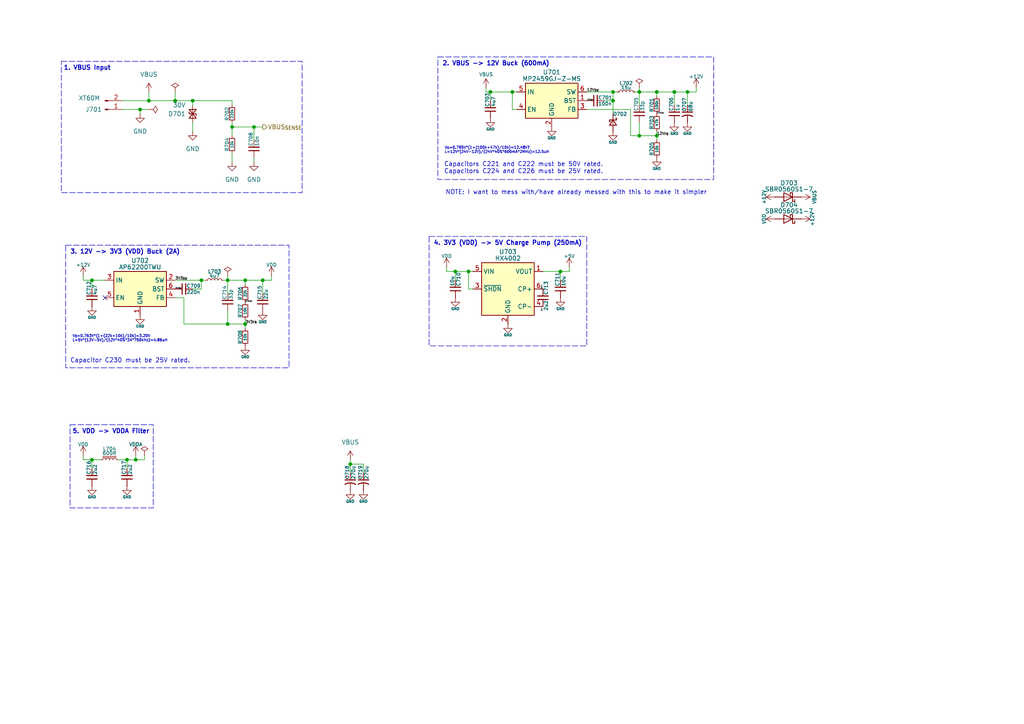
<source format=kicad_sch>
(kicad_sch (version 20250114) (generator "eeschema") (generator_version "9.0")
  (paper "A4")
  (lib_symbols
    (symbol "Bluesat:C_CompactH" (pin_numbers (hide yes)) (pin_names (offset 0.254) (hide yes))
      (property "Reference" "C" (at 0.762 0.889 0))
      (property "Value" "C_CompactH" (at -0.762 0.889 0))
      (symbol "C_CompactH_0_1"
        (polyline (pts (xy -0.508 -1.524) (xy -0.508 1.524)) (stroke (width 0.3048)))
        (polyline (pts (xy 0.508 -1.524) (xy 0.508 1.524)) (stroke (width 0.3302)))
      )
      (symbol "C_CompactH_1_1"
        (pin passive line (at -2.54 0 0) (length 2.032) (name "~") (number "1"))
        (pin passive line (at 2.54 0 180) (length 2.032) (name "~") (number "2"))
      )
    )
    (symbol "Bluesat:C_CompactV" (pin_numbers (hide yes)) (pin_names (offset 0.254) (hide yes))
      (property "Reference" "C" (at -0.889 0.762 90))
      (property "Value" "C_CompactV" (at 0.889 0.762 90))
      (symbol "C_CompactV_0_1"
        (polyline (pts (xy 1.524 0.508) (xy -1.524 0.508)) (stroke (width 0.3302)))
        (polyline (pts (xy 1.524 -0.508) (xy -1.524 -0.508)) (stroke (width 0.3048)))
      )
      (symbol "C_CompactV_1_1"
        (pin passive line (at 0 2.54 270) (length 2.032) (name "~") (number "2"))
        (pin passive line (at 0 -2.54 90) (length 2.032) (name "~") (number "1"))
      )
    )
    (symbol "Bluesat:MP2459GJ-Z-MS"
      (property "Reference" "U" (at -7.62 6.35 0))
      (property "Value" "MP2459GJ-Z-MS" (at 2.54 6.35 0))
      (symbol "MP2459GJ-Z-MS_0_1"
        (rectangle (start -7.62 5.08) (end 7.62 -5.08) (stroke (width 0.254)) (fill (type background)))
      )
      (symbol "MP2459GJ-Z-MS_1_1"
        (pin power_in line (at -10.16 2.54 0) (length 2.54) (name "IN") (number "5"))
        (pin passive line (at -10.16 -2.54 0) (length 2.54) (name "EN") (number "4"))
        (pin power_in line (at 0 -7.62 90) (length 2.54) (name "GND") (number "2"))
        (pin output line (at 10.16 2.54 180) (length 2.54) (name "SW") (number "6"))
        (pin passive line (at 10.16 0 180) (length 2.54) (name "BST") (number "1"))
        (pin input line (at 10.16 -2.54 180) (length 2.54) (name "FB") (number "3"))
      )
    )
    (symbol "Bluesat:R_CompactV" (pin_numbers (hide yes)) (pin_names (offset 0.254) (hide yes))
      (property "Reference" "R" (at -0.889 0 90))
      (property "Value" "R_CompactV" (at 0 0 90))
      (symbol "R_CompactV_0_1"
        (rectangle (start -0.762 1.778) (end 0.762 -1.778) (stroke (width 0.2032)))
      )
      (symbol "R_CompactV_1_1"
        (pin passive line (at 0 2.54 270) (length 0.762) (name "~") (number "1"))
        (pin passive line (at 0 -2.54 90) (length 0.762) (name "~") (number "2"))
      )
    )
    (symbol "C_CompactV_1" (pin_numbers (hide yes)) (pin_names (offset 0.254) (hide yes))
      (property "Reference" "C" (at -0.889 0.762 90))
      (property "Value" "C_CompactV" (at 0.889 0.762 90))
      (symbol "C_CompactV_1_0_1"
        (polyline (pts (xy 1.524 0.508) (xy -1.524 0.508)) (stroke (width 0.3302)))
        (polyline (pts (xy 1.524 -0.508) (xy -1.524 -0.508)) (stroke (width 0.3048)))
      )
      (symbol "C_CompactV_1_1_1"
        (pin passive line (at 0 2.54 270) (length 2.032) (name "~") (number "2"))
        (pin passive line (at 0 -2.54 90) (length 2.032) (name "~") (number "1"))
      )
    )
    (symbol "C_CompactV_2" (pin_numbers (hide yes)) (pin_names (offset 0.254) (hide yes))
      (property "Reference" "C" (at -0.889 0.762 90))
      (property "Value" "C_CompactV" (at 0.889 0.762 90))
      (symbol "C_CompactV_2_0_1"
        (polyline (pts (xy 1.524 0.508) (xy -1.524 0.508)) (stroke (width 0.3302)))
        (polyline (pts (xy 1.524 -0.508) (xy -1.524 -0.508)) (stroke (width 0.3048)))
      )
      (symbol "C_CompactV_2_1_1"
        (pin passive line (at 0 2.54 270) (length 2.032) (name "~") (number "2"))
        (pin passive line (at 0 -2.54 90) (length 2.032) (name "~") (number "1"))
      )
    )
    (symbol "Connector:Conn_01x02_Pin" (pin_names (offset 1.016) (hide yes))
      (property "Reference" "J" (at 0 2.54 0))
      (property "Value" "Conn_01x02_Pin" (at 0 -5.08 0))
      (symbol "Conn_01x02_Pin_1_1"
        (rectangle (start 0.8636 0.127) (end 0 -0.127) (stroke (width 0.1524)) (fill (type outline)))
        (rectangle (start 0.8636 -2.413) (end 0 -2.667) (stroke (width 0.1524)) (fill (type outline)))
        (polyline (pts (xy 1.27 0) (xy 0.8636 0)) (stroke (width 0.1524)))
        (polyline (pts (xy 1.27 -2.54) (xy 0.8636 -2.54)) (stroke (width 0.1524)))
        (pin passive line (at 5.08 0 180) (length 3.81) (name "Pin_1") (number "1"))
        (pin passive line (at 5.08 -2.54 180) (length 3.81) (name "Pin_2") (number "2"))
      )
    )
    (symbol "Device:C_Polarized_Small_US" (pin_numbers (hide yes)) (pin_names (offset 0.254) (hide yes))
      (property "Reference" "C" (at 0.254 1.778 0))
      (property "Value" "C_Polarized_Small_US" (at 0.254 -2.032 0))
      (symbol "C_Polarized_Small_US_0_1"
        (polyline (pts (xy -1.524 0.508) (xy 1.524 0.508)) (stroke (width 0.3048)))
        (polyline (pts (xy -1.27 1.524) (xy -0.762 1.524)))
        (polyline (pts (xy -1.016 1.27) (xy -1.016 1.778)))
        (arc (start -1.524 -0.762) (mid 0 -0.3734) (end 1.524 -0.762) (stroke (width 0.3048)))
      )
      (symbol "C_Polarized_Small_US_1_1"
        (pin passive line (at 0 2.54 270) (length 2.032) (name "~") (number "1"))
        (pin passive line (at 0 -2.54 90) (length 2.032) (name "~") (number "2"))
      )
    )
    (symbol "Device:D_Schottky" (pin_numbers (hide yes)) (pin_names (offset 1.016) (hide yes))
      (property "Reference" "D" (at 0 2.54 0))
      (property "Value" "D_Schottky" (at 0 -2.54 0))
      (symbol "D_Schottky_0_1"
        (polyline (pts (xy -1.905 0.635) (xy -1.905 1.27) (xy -1.27 1.27) (xy -1.27 -1.27) (xy -0.635 -1.27) (xy -0.635 -0.635)) (stroke (width 0.254)))
        (polyline (pts (xy 1.27 1.27) (xy 1.27 -1.27) (xy -1.27 0) (xy 1.27 1.27)) (stroke (width 0.254)))
        (polyline (pts (xy 1.27 0) (xy -1.27 0)))
      )
      (symbol "D_Schottky_1_1"
        (pin passive line (at -3.81 0 0) (length 2.54) (name "K") (number "1"))
        (pin passive line (at 3.81 0 180) (length 2.54) (name "A") (number "2"))
      )
    )
    (symbol "Device:D_Schottky_Small" (pin_numbers (hide yes)) (pin_names (offset 0.254) (hide yes))
      (property "Reference" "D" (at -1.27 2.032 0))
      (property "Value" "D_Schottky_Small" (at -7.112 -2.032 0))
      (symbol "D_Schottky_Small_0_1"
        (polyline (pts (xy -1.27 0.762) (xy -1.27 1.016) (xy -0.762 1.016) (xy -0.762 -1.016) (xy -0.254 -1.016) (xy -0.254 -0.762)) (stroke (width 0.254)))
        (polyline (pts (xy -0.762 0) (xy 0.762 0)))
        (polyline (pts (xy 0.762 -1.016) (xy -0.762 0) (xy 0.762 1.016) (xy 0.762 -1.016)) (stroke (width 0.254)))
      )
      (symbol "D_Schottky_Small_1_1"
        (pin passive line (at -2.54 0 0) (length 1.778) (name "K") (number "1"))
        (pin passive line (at 2.54 0 180) (length 1.778) (name "A") (number "2"))
      )
    )
    (symbol "Device:D_TVS_Small" (pin_numbers (hide yes)) (pin_names (offset 1.016) (hide yes))
      (property "Reference" "D" (at 0 2.54 0))
      (property "Value" "D_TVS_Small" (at 0 -2.54 0))
      (symbol "D_TVS_Small_0_1"
        (polyline (pts (xy -1.27 1.016) (xy -1.27 -1.016) (xy 1.27 1.016) (xy 1.27 -1.016) (xy -1.27 1.016)) (stroke (width 0.254)))
        (polyline (pts (xy -1.27 0) (xy 1.27 0)))
        (polyline (pts (xy 0.508 1.016) (xy 0 1.016) (xy 0 -1.016) (xy -0.508 -1.016)) (stroke (width 0.254)))
      )
      (symbol "D_TVS_Small_1_1"
        (pin passive line (at -2.54 0 0) (length 1.27) (name "A1") (number "1"))
        (pin passive line (at 2.54 0 180) (length 1.27) (name "A2") (number "2"))
      )
    )
    (symbol "Device:L_Ferrite_Small" (pin_numbers (hide yes)) (pin_names (offset 0.254) (hide yes))
      (property "Reference" "L" (at 1.27 1.016 0))
      (property "Value" "L_Ferrite_Small" (at 1.27 -1.27 0))
      (symbol "L_Ferrite_Small_0_1"
        (arc (start 0 2.032) (mid 0.5058 1.524) (end 0 1.016))
        (arc (start 0 1.016) (mid 0.5058 0.508) (end 0 0))
        (arc (start 0 0) (mid 0.5058 -0.508) (end 0 -1.016))
        (arc (start 0 -1.016) (mid 0.5058 -1.524) (end 0 -2.032))
        (polyline (pts (xy 0.762 1.651) (xy 0.762 1.905)))
        (polyline (pts (xy 0.762 1.143) (xy 0.762 1.397)))
        (polyline (pts (xy 0.762 0.635) (xy 0.762 0.889)))
        (polyline (pts (xy 0.762 0.127) (xy 0.762 0.381)))
        (polyline (pts (xy 0.762 -0.381) (xy 0.762 -0.127)))
        (polyline (pts (xy 0.762 -0.889) (xy 0.762 -0.635)))
        (polyline (pts (xy 0.762 -1.397) (xy 0.762 -1.143)))
        (polyline (pts (xy 0.762 -1.905) (xy 0.762 -1.651)))
        (polyline (pts (xy 1.016 1.905) (xy 1.016 1.651)))
        (polyline (pts (xy 1.016 1.397) (xy 1.016 1.143)))
        (polyline (pts (xy 1.016 0.889) (xy 1.016 0.635)))
        (polyline (pts (xy 1.016 0.381) (xy 1.016 0.127)))
        (polyline (pts (xy 1.016 -0.127) (xy 1.016 -0.381)))
        (polyline (pts (xy 1.016 -0.635) (xy 1.016 -0.889)))
        (polyline (pts (xy 1.016 -1.143) (xy 1.016 -1.397)))
        (polyline (pts (xy 1.016 -1.651) (xy 1.016 -1.905)))
      )
      (symbol "L_Ferrite_Small_1_1"
        (pin passive line (at 0 2.54 270) (length 0.508) (name "~") (number "1"))
        (pin passive line (at 0 -2.54 90) (length 0.508) (name "~") (number "2"))
      )
    )
    (symbol "Device:L_Small" (pin_numbers (hide yes)) (pin_names (offset 0.254) (hide yes))
      (property "Reference" "L" (at 0.762 1.016 0))
      (property "Value" "L_Small" (at 0.762 -1.016 0))
      (symbol "L_Small_0_1"
        (arc (start 0 2.032) (mid 0.5058 1.524) (end 0 1.016))
        (arc (start 0 1.016) (mid 0.5058 0.508) (end 0 0))
        (arc (start 0 0) (mid 0.5058 -0.508) (end 0 -1.016))
        (arc (start 0 -1.016) (mid 0.5058 -1.524) (end 0 -2.032))
      )
      (symbol "L_Small_1_1"
        (pin passive line (at 0 2.54 270) (length 0.508) (name "~") (number "1"))
        (pin passive line (at 0 -2.54 90) (length 0.508) (name "~") (number "2"))
      )
    )
    (symbol "Regulator_SwitchedCapacitor:LTC1754"
      (property "Reference" "U" (at -7.62 10.16 0))
      (property "Value" "LTC1754" (at 5.08 10.16 0))
      (symbol "LTC1754_0_1"
        (rectangle (start -7.62 7.62) (end 7.62 -7.62) (stroke (width 0.254)) (fill (type background)))
      )
      (symbol "LTC1754_1_1"
        (pin power_in line (at -10.16 5.08 0) (length 2.54) (name "VIN") (number "5"))
        (pin input line (at -10.16 0 0) (length 2.54) (name "~{SHDN}") (number "3"))
        (pin power_in line (at 0 -10.16 90) (length 2.54) (name "GND") (number "2"))
        (pin power_out line (at 10.16 5.08 180) (length 2.54) (name "VOUT") (number "1"))
        (pin passive line (at 10.16 0 180) (length 2.54) (name "CP+") (number "6"))
        (pin passive line (at 10.16 -5.08 180) (length 2.54) (name "CP-") (number "4"))
      )
    )
    (symbol "Regulator_Switching:AP62300WU"
      (property "Reference" "U" (at -7.62 6.35 0))
      (property "Value" "AP62300WU" (at 2.54 6.35 0))
      (symbol "AP62300WU_0_1"
        (rectangle (start -7.62 5.08) (end 7.62 -5.08) (stroke (width 0.254)) (fill (type background)))
      )
      (symbol "AP62300WU_1_1"
        (pin power_in line (at -10.16 2.54 0) (length 2.54) (name "IN") (number "3"))
        (pin passive line (at -10.16 -2.54 0) (length 2.54) (name "EN") (number "5"))
        (pin power_in line (at 0 -7.62 90) (length 2.54) (name "GND") (number "1"))
        (pin output line (at 10.16 2.54 180) (length 2.54) (name "SW") (number "2"))
        (pin passive line (at 10.16 0 180) (length 2.54) (name "BST") (number "6"))
        (pin input line (at 10.16 -2.54 180) (length 2.54) (name "FB") (number "4"))
      )
    )
    (symbol "power:+12V" (power) (pin_numbers (hide yes)) (pin_names (offset 0) (hide yes))
      (property "Value" "+12V" (at 0 3.556 0))
      (symbol "+12V_0_1"
        (polyline (pts (xy -0.762 1.27) (xy 0 2.54)))
        (polyline (pts (xy 0 2.54) (xy 0.762 1.27)))
        (polyline (pts (xy 0 0) (xy 0 2.54)))
      )
      (symbol "+12V_1_1"
        (pin power_in line (at 0 0 90) (length 0) (name "~") (number "1"))
      )
    )
    (symbol "power:+5V" (power) (pin_numbers (hide yes)) (pin_names (offset 0) (hide yes))
      (property "Value" "+5V" (at 0 3.556 0))
      (symbol "+5V_0_1"
        (polyline (pts (xy -0.762 1.27) (xy 0 2.54)))
        (polyline (pts (xy 0 2.54) (xy 0.762 1.27)))
        (polyline (pts (xy 0 0) (xy 0 2.54)))
      )
      (symbol "+5V_1_1"
        (pin power_in line (at 0 0 90) (length 0) (name "~") (number "1"))
      )
    )
    (symbol "power:GND" (power) (pin_numbers (hide yes)) (pin_names (offset 0) (hide yes))
      (property "Value" "GND" (at 0 -3.81 0))
      (symbol "GND_0_1"
        (polyline (pts (xy 0 0) (xy 0 -1.27) (xy 1.27 -1.27) (xy 0 -2.54) (xy -1.27 -1.27) (xy 0 -1.27)))
      )
      (symbol "GND_1_1"
        (pin power_in line (at 0 0 270) (length 0) (name "~") (number "1"))
      )
    )
    (symbol "power:PWR_FLAG" (power) (pin_numbers (hide yes)) (pin_names (offset 0) (hide yes))
      (property "Value" "PWR_FLAG" (at 0 3.81 0))
      (symbol "PWR_FLAG_0_0"
        (pin power_out line (at 0 0 90) (length 0) (name "~") (number "1"))
      )
      (symbol "PWR_FLAG_0_1"
        (polyline (pts (xy 0 0) (xy 0 1.27) (xy -1.016 1.905) (xy 0 2.54) (xy 1.016 1.905) (xy 0 1.27)))
      )
    )
    (symbol "power:VBUS" (power) (pin_numbers (hide yes)) (pin_names (offset 0) (hide yes))
      (property "Value" "VBUS" (at 0 3.556 0))
      (symbol "VBUS_0_1"
        (polyline (pts (xy -0.762 1.27) (xy 0 2.54)))
        (polyline (pts (xy 0 2.54) (xy 0.762 1.27)))
        (polyline (pts (xy 0 0) (xy 0 2.54)))
      )
      (symbol "VBUS_1_1"
        (pin power_in line (at 0 0 90) (length 0) (name "~") (number "1"))
      )
    )
    (symbol "power:VDD" (power) (pin_numbers (hide yes)) (pin_names (offset 0) (hide yes))
      (property "Value" "VDD" (at 0 3.556 0))
      (symbol "VDD_0_1"
        (polyline (pts (xy -0.762 1.27) (xy 0 2.54)))
        (polyline (pts (xy 0 2.54) (xy 0.762 1.27)))
        (polyline (pts (xy 0 0) (xy 0 2.54)))
      )
      (symbol "VDD_1_1"
        (pin power_in line (at 0 0 90) (length 0) (name "~") (number "1"))
      )
    )
    (symbol "power:VDDA" (power) (pin_numbers (hide yes)) (pin_names (offset 0) (hide yes))
      (property "Value" "VDDA" (at 0 3.556 0))
      (symbol "VDDA_0_1"
        (polyline (pts (xy -0.762 1.27) (xy 0 2.54)))
        (polyline (pts (xy 0 2.54) (xy 0.762 1.27)))
        (polyline (pts (xy 0 0) (xy 0 2.54)))
      )
      (symbol "VDDA_1_1"
        (pin power_in line (at 0 0 90) (length 0) (name "~") (number "1"))
      )
    )
  )
  (rectangle (start 17.78 17.78) (end 87.63 55.88) (stroke (width 0) (type dash)))
  (rectangle (start 19.05 71.12) (end 83.82 106.68) (stroke (width 0) (type dash)))
  (rectangle (start 20.32 123.19) (end 44.45 147.32) (stroke (width 0) (type dash)))
  (rectangle (start 127 16.51) (end 207.01 52.07) (stroke (width 0) (type dash)))
  (rectangle (start 124.46 68.58) (end 170.18 100.33) (stroke (width 0) (type dash)))
  (text "4. 3V3 (VDD) -> 5V Charge Pump (250mA)" (at 125.73 69.85 0) (effects (font (size 1.27 1.27) (thickness 0.254) (bold yes)) (justify left top)))
  (text "Capacitor C230 must be 25V rated." (at 20.32 105.41 0) (effects (font (size 1.27 1.27)) (justify left bottom)))
  (text "1. VBUS Input" (at 18.415 19.05 0) (effects (font (size 1.27 1.27) (thickness 0.254) (bold yes)) (justify left top)))
  (text "V_{O}=0.795V*(1+(100k+47k)/10k)=12.48V\r\nL=12V*(24V-12V)/(24V*40%*600mA*2MHz)=12.5uH" (at 128.905 42.545 0) (effects (font (size 0.762 0.762)) (justify left top)))
  (text "2. VBUS -> 12V Buck (600mA)" (at 128.27 17.78 0) (effects (font (size 1.27 1.27) (thickness 0.254) (bold yes)) (justify left top)))
  (text "Capacitors C221 and C222 must be 50V rated.\nCapacitors C224 and C226 must be 25V rated." (at 128.778 50.546 0) (effects (font (size 1.27 1.27)) (justify left bottom)))
  (text "NOTE: I want to mess with/have already messed with this to make it simpler" (at 167.132 55.88 0) (effects (font (size 1.27 1.27))))
  (text "5. VDD -> VDDA Filter" (at 20.955 124.46 0) (effects (font (size 1.27 1.27) (thickness 0.254) (bold yes)) (justify left top)))
  (text "3. 12V -> 3V3 (VDD) Buck (2A)" (at 20.32 72.39 0) (effects (font (size 1.27 1.27) (thickness 0.254) (bold yes)) (justify left top)))
  (text "V_{O}=0.763V*(1+(22k+10k)/10k)=3.20V\nL=5V*(12V-5V)/(12V*40%*2A*750kHz)=4.86uH" (at 20.955 97.155 0) (effects (font (size 0.762 0.762)) (justify left top)))
  (junction (at 40.64 31.75))
  (junction (at 195.58 26.67))
  (junction (at 36.83 133.35))
  (junction (at 43.18 29.21))
  (junction (at 73.66 36.83))
  (junction (at 142.24 26.67))
  (junction (at 66.04 93.98))
  (junction (at 101.6 134.62))
  (junction (at 71.12 93.98))
  (junction (at 67.31 36.83))
  (junction (at 148.59 26.67))
  (junction (at 135.89 78.74))
  (junction (at 58.42 81.28))
  (junction (at 132.08 78.74))
  (junction (at 177.8 29.21))
  (junction (at 55.88 29.21))
  (junction (at 71.12 81.28))
  (junction (at 26.67 81.28))
  (junction (at 177.8 26.67))
  (junction (at 190.5 26.67))
  (junction (at 39.37 133.35))
  (junction (at 66.04 81.28))
  (junction (at 50.8 29.21))
  (junction (at 185.42 26.67))
  (junction (at 162.56 78.74))
  (junction (at 76.2 81.28))
  (junction (at 199.39 26.67))
  (junction (at 26.67 133.35))
  (junction (at 190.5 39.37))
  (junction (at 185.42 39.37))
  (no_connect (at 30.48 86.36))
  (wire (pts (xy 67.31 36.83) (xy 73.66 36.83)))
  (wire (pts (xy 71.12 93.98) (xy 71.12 95.25)))
  (wire (pts (xy 24.13 133.35) (xy 26.67 133.35)))
  (wire (pts (xy 35.56 31.75) (xy 40.64 31.75)))
  (wire (pts (xy 53.34 93.98) (xy 53.34 86.36)))
  (wire (pts (xy 26.67 133.35) (xy 29.21 133.35)))
  (wire (pts (xy 55.88 83.82) (xy 58.42 83.82)))
  (wire (pts (xy 73.66 36.83) (xy 76.2 36.83)))
  (wire (pts (xy 34.29 133.35) (xy 36.83 133.35)))
  (wire (pts (xy 165.1 77.47) (xy 165.1 78.74)))
  (wire (pts (xy 71.12 82.55) (xy 71.12 81.28)))
  (wire (pts (xy 71.12 92.71) (xy 71.12 93.98)))
  (wire (pts (xy 140.97 25.4) (xy 140.97 26.67)))
  (wire (pts (xy 67.31 44.45) (xy 67.31 46.99)))
  (wire (pts (xy 66.04 93.98) (xy 71.12 93.98)))
  (wire (pts (xy 50.8 26.67) (xy 50.8 29.21)))
  (wire (pts (xy 66.04 93.98) (xy 53.34 93.98)))
  (wire (pts (xy 182.88 39.37) (xy 185.42 39.37)))
  (wire (pts (xy 55.88 30.48) (xy 55.88 29.21)))
  (wire (pts (xy 58.42 81.28) (xy 59.69 81.28)))
  (wire (pts (xy 132.08 78.74) (xy 132.08 81.28)))
  (wire (pts (xy 36.83 135.89) (xy 36.83 133.35)))
  (wire (pts (xy 43.18 29.21) (xy 50.8 29.21)))
  (wire (pts (xy 177.8 26.67) (xy 179.07 26.67)))
  (wire (pts (xy 39.37 133.35) (xy 39.37 132.08)))
  (wire (pts (xy 26.67 81.28) (xy 26.67 83.82)))
  (wire (pts (xy 66.04 81.28) (xy 66.04 85.09)))
  (wire (pts (xy 177.8 26.67) (xy 177.8 29.21)))
  (wire (pts (xy 50.8 29.21) (xy 55.88 29.21)))
  (wire (pts (xy 66.04 81.28) (xy 71.12 81.28)))
  (wire (pts (xy 185.42 25.4) (xy 185.42 26.67)))
  (wire (pts (xy 58.42 81.28) (xy 58.42 83.82)))
  (wire (pts (xy 66.04 80.01) (xy 66.04 81.28)))
  (wire (pts (xy 26.67 81.28) (xy 30.48 81.28)))
  (wire (pts (xy 26.67 133.35) (xy 26.67 135.89)))
  (wire (pts (xy 71.12 81.28) (xy 76.2 81.28)))
  (wire (pts (xy 135.89 78.74) (xy 137.16 78.74)))
  (wire (pts (xy 105.41 134.62) (xy 105.41 137.16)))
  (wire (pts (xy 195.58 26.67) (xy 199.39 26.67)))
  (wire (pts (xy 162.56 78.74) (xy 162.56 81.28)))
  (wire (pts (xy 162.56 78.74) (xy 165.1 78.74)))
  (wire (pts (xy 170.18 26.67) (xy 177.8 26.67)))
  (wire (pts (xy 41.91 132.08) (xy 41.91 133.35)))
  (wire (pts (xy 185.42 39.37) (xy 190.5 39.37)))
  (wire (pts (xy 73.66 36.83) (xy 73.66 40.64)))
  (wire (pts (xy 182.88 31.75) (xy 182.88 39.37)))
  (wire (pts (xy 195.58 26.67) (xy 195.58 30.48)))
  (wire (pts (xy 78.74 81.28) (xy 78.74 80.01)))
  (wire (pts (xy 185.42 26.67) (xy 190.5 26.67)))
  (wire (pts (xy 41.91 133.35) (xy 39.37 133.35)))
  (wire (pts (xy 67.31 29.21) (xy 67.31 30.48)))
  (wire (pts (xy 175.26 29.21) (xy 177.8 29.21)))
  (wire (pts (xy 66.04 81.28) (xy 64.77 81.28)))
  (wire (pts (xy 24.13 133.35) (xy 24.13 132.08)))
  (wire (pts (xy 142.24 26.67) (xy 148.59 26.67)))
  (wire (pts (xy 177.8 29.21) (xy 177.8 33.02)))
  (wire (pts (xy 43.18 26.67) (xy 43.18 29.21)))
  (wire (pts (xy 101.6 137.16) (xy 101.6 134.62)))
  (wire (pts (xy 50.8 81.28) (xy 58.42 81.28)))
  (wire (pts (xy 201.93 26.67) (xy 201.93 25.4)))
  (wire (pts (xy 199.39 26.67) (xy 201.93 26.67)))
  (wire (pts (xy 24.13 81.28) (xy 26.67 81.28)))
  (wire (pts (xy 24.13 81.28) (xy 24.13 80.01)))
  (wire (pts (xy 148.59 26.67) (xy 149.86 26.67)))
  (wire (pts (xy 148.59 26.67) (xy 148.59 31.75)))
  (wire (pts (xy 36.83 133.35) (xy 39.37 133.35)))
  (wire (pts (xy 135.89 83.82) (xy 135.89 78.74)))
  (wire (pts (xy 55.88 29.21) (xy 67.31 29.21)))
  (wire (pts (xy 190.5 27.94) (xy 190.5 26.67)))
  (wire (pts (xy 55.88 35.56) (xy 55.88 38.1)))
  (wire (pts (xy 170.18 31.75) (xy 182.88 31.75)))
  (wire (pts (xy 101.6 134.62) (xy 105.41 134.62)))
  (wire (pts (xy 185.42 35.56) (xy 185.42 39.37)))
  (wire (pts (xy 140.97 26.67) (xy 142.24 26.67)))
  (wire (pts (xy 67.31 35.56) (xy 67.31 36.83)))
  (wire (pts (xy 190.5 38.1) (xy 190.5 39.37)))
  (wire (pts (xy 35.56 29.21) (xy 43.18 29.21)))
  (wire (pts (xy 76.2 85.09) (xy 76.2 81.28)))
  (wire (pts (xy 199.39 30.48) (xy 199.39 26.67)))
  (wire (pts (xy 132.08 78.74) (xy 135.89 78.74)))
  (wire (pts (xy 149.86 31.75) (xy 148.59 31.75)))
  (wire (pts (xy 40.64 31.75) (xy 40.64 33.02)))
  (wire (pts (xy 184.15 26.67) (xy 185.42 26.67)))
  (wire (pts (xy 190.5 26.67) (xy 195.58 26.67)))
  (wire (pts (xy 73.66 45.72) (xy 73.66 46.99)))
  (wire (pts (xy 157.48 78.74) (xy 162.56 78.74)))
  (wire (pts (xy 185.42 26.67) (xy 185.42 30.48)))
  (wire (pts (xy 142.24 26.67) (xy 142.24 29.21)))
  (wire (pts (xy 101.6 133.35) (xy 101.6 134.62)))
  (wire (pts (xy 190.5 39.37) (xy 190.5 40.64)))
  (wire (pts (xy 67.31 36.83) (xy 67.31 39.37)))
  (wire (pts (xy 129.54 78.74) (xy 129.54 77.47)))
  (wire (pts (xy 66.04 90.17) (xy 66.04 93.98)))
  (wire (pts (xy 40.64 31.75) (xy 43.18 31.75)))
  (wire (pts (xy 53.34 86.36) (xy 50.8 86.36)))
  (wire (pts (xy 129.54 78.74) (xy 132.08 78.74)))
  (wire (pts (xy 137.16 83.82) (xy 135.89 83.82)))
  (wire (pts (xy 76.2 81.28) (xy 78.74 81.28)))
  (label "3V3_{FBM}" (at 71.12 87.63 0) (effects (font (size 0.381 0.381))))
  (label "CP+" (at 157.48 83.82 90) (effects (font (size 0.381 0.381))))
  (label "12V_{FBM}" (at 190.5 33.02 0) (effects (font (size 0.381 0.381))))
  (label "12V_{BST}" (at 170.18 29.21 0) (effects (font (size 0.381 0.381))))
  (label "3V3_{BST}" (at 50.8 83.82 0) (effects (font (size 0.381 0.381))))
  (label "12V_{SW}" (at 170.18 26.67 0) (effects (font (size 0.762 0.762))))
  (label "CP-" (at 157.48 88.9 270) (effects (font (size 0.381 0.381))))
  (label "3V3_{SW}" (at 50.8 81.28 0) (effects (font (size 0.762 0.762))))
  (label "3V3_{FB}" (at 71.12 93.98 0) (effects (font (size 0.762 0.762))))
  (label "12V_{FB}" (at 190.5 39.37 0) (effects (font (size 0.762 0.762))))
  (hierarchical_label "VBUS_{SENSE}" (shape output) (at 76.2 36.83 0))
  (symbol (lib_id "Device:C_Polarized_Small_US") (at 105.41 139.7 0) (unit 1)
    (property "Reference" "C719" (at 104.521 139.065 90) (effects (font (size 1.016 1.016)) (justify left)))
    (property "Value" "270u" (at 106.299 139.065 90) (effects (font (size 1.016 1.016)) (justify left)))
    (property "Footprint" "Capacitor_SMD:CP_Elec_10x10" (effects (hide yes)))
    (property "Description" "Polarized capacitor, small US symbol" (effects (hide yes)))
  )
  (symbol (lib_id "Device:C_Polarized_Small_US") (at 101.6 139.7 0) (unit 1)
    (property "Reference" "C718" (at 100.711 139.065 90) (effects (font (size 1.016 1.016)) (justify left)))
    (property "Value" "270u" (at 102.489 139.065 90) (effects (font (size 1.016 1.016)) (justify left)))
    (property "Footprint" "Capacitor_SMD:CP_Elec_10x10" (effects (hide yes)))
    (property "Description" "Polarized capacitor, small US symbol" (effects (hide yes)))
  )
  (symbol (lib_id "power:GND") (at 190.5 45.72 0) (unit 1)
    (property "Reference" "#PWR0713" (effects (hide yes)))
    (property "Value" "GND" (at 190.5 48.895 0) (effects (font (size 0.762 0.762))))
    (property "Description" "Power symbol creates a global label with name \"GND\" , ground" (effects (hide yes)))
  )
  (symbol (lib_id "Bluesat:R_CompactV") (at 190.5 30.48 0) (unit 1)
    (property "Reference" "R701" (at 189.611 30.48 90) (effects (font (size 1.016 1.016)) (justify bottom)))
    (property "Value" "100k" (at 190.5 30.48 90) (effects (font (size 0.762 0.762))))
    (property "Footprint" "Resistor_SMD:R_0402_1005Metric" (effects (hide yes)))
    (property "Description" "Resistor, compact symbol" (effects (hide yes)))
  )
  (symbol (lib_id "Bluesat:C_CompactV") (at 172.72 29.21 270) (mirror x) (unit 1)
    (property "Reference" "C701" (at 173.482 28.321 90) (effects (font (size 1.016 1.016)) (justify left)))
    (property "Value" "100n" (at 173.482 30.099 90) (effects (font (size 1.016 1.016)) (justify left)))
    (property "Footprint" "Capacitor_SMD:C_0402_1005Metric" (effects (hide yes)))
    (property "Description" "Unpolarized capacitor, compact symbol" (effects (hide yes)))
  )
  (symbol (lib_name "C_CompactV_2") (lib_id "Bluesat:C_CompactV") (at 195.58 33.02 0) (unit 1)
    (property "Reference" "C706" (at 194.691 32.258 90) (effects (font (size 1.016 1.016)) (justify left)))
    (property "Value" "1u" (at 196.469 32.258 90) (effects (font (size 1.016 1.016)) (justify left)))
    (property "Footprint" "Capacitor_SMD:C_0805_2012Metric" (effects (hide yes)))
    (property "Description" "Unpolarized capacitor, compact symbol" (effects (hide yes)))
  )
  (symbol (lib_id "power:GND") (at 73.66 46.99 0) (unit 1)
    (property "Reference" "#PWR0715" (effects (hide yes)))
    (property "Value" "GND" (at 73.66 52.07 0))
    (property "Description" "Power symbol creates a global label with name \"GND\" , ground" (effects (hide yes)))
  )
  (symbol (lib_id "Device:L_Small") (at 62.23 81.28 90) (unit 1)
    (property "Reference" "L703" (at 62.23 78.74 90) (effects (font (size 1.016 1.016))))
    (property "Value" "4u7" (at 62.23 80.01 90) (effects (font (size 1.016 1.016))))
    (property "Footprint" "Inductor_SMD:L_Changjiang_FNR4020S" (effects (hide yes)))
    (property "Description" "Inductor, small symbol" (effects (hide yes)))
  )
  (symbol (lib_id "power:GND") (at 55.88 38.1 0) (unit 1)
    (property "Reference" "#PWR0711" (effects (hide yes)))
    (property "Value" "GND" (at 55.88 43.18 0))
    (property "Description" "Power symbol creates a global label with name \"GND\" , ground" (effects (hide yes)))
  )
  (symbol (lib_id "power:GND") (at 71.12 100.33 0) (unit 1)
    (property "Reference" "#PWR0726" (effects (hide yes)))
    (property "Value" "GND" (at 71.12 103.505 0) (effects (font (size 0.762 0.762))))
    (property "Description" "Power symbol creates a global label with name \"GND\" , ground" (effects (hide yes)))
  )
  (symbol (lib_id "power:GND") (at 199.39 35.56 0) (unit 1)
    (property "Reference" "#PWR0709" (effects (hide yes)))
    (property "Value" "GND" (at 199.39 38.735 0) (effects (font (size 0.762 0.762))))
    (property "Description" "Power symbol creates a global label with name \"GND\" , ground" (effects (hide yes)))
  )
  (symbol (lib_id "Bluesat:R_CompactV") (at 71.12 97.79 0) (unit 1)
    (property "Reference" "R708" (at 70.231 97.79 90) (effects (font (size 1.016 1.016)) (justify bottom)))
    (property "Value" "10k" (at 71.12 97.79 90) (effects (font (size 0.762 0.762))))
    (property "Footprint" "Resistor_SMD:R_0402_1005Metric" (effects (hide yes)))
    (property "Description" "Resistor, compact symbol" (effects (hide yes)))
  )
  (symbol (lib_id "power:+12V") (at 224.79 57.15 90) (unit 1)
    (property "Reference" "#PWR0707" (effects (hide yes)))
    (property "Value" "+12V" (at 221.615 57.15 0) (effects (font (size 1.016 1.016))))
    (property "Description" "Power symbol creates a global label with name \"+12V\"" (effects (hide yes)))
  )
  (symbol (lib_id "power:GND") (at 26.67 140.97 0) (unit 1)
    (property "Reference" "#PWR0730" (effects (hide yes)))
    (property "Value" "GND" (at 26.67 144.145 0) (effects (font (size 0.762 0.762))))
    (property "Description" "Power symbol creates a global label with name \"GND\" , ground" (effects (hide yes)))
  )
  (symbol (lib_id "Regulator_SwitchedCapacitor:LTC1754") (at 147.32 83.82 0) (unit 1)
    (property "Reference" "U703" (at 147.32 73.025 0))
    (property "Value" "HX4002" (at 147.32 74.93 0))
    (property "Footprint" "Package_TO_SOT_SMD:SOT-23-6" (effects (hide yes)))
    (property "Datasheet" "https://www.analog.com/media/en/technical-documentation/data-sheets/175435f.pdf" (effects (hide yes)))
    (property "Description" "40mA charge-pump, SOT-23-6" (effects (hide yes)))
  )
  (symbol (lib_id "power:VDD") (at 78.74 80.01 0) (unit 1)
    (property "Reference" "#PWR0719" (effects (hide yes)))
    (property "Value" "VDD" (at 78.74 76.835 0) (effects (font (size 1.016 1.016))))
    (property "Description" "Power symbol creates a global label with name \"VDD\"" (effects (hide yes)))
  )
  (symbol (lib_id "power:GND") (at 142.24 34.29 0) (unit 1)
    (property "Reference" "#PWR0706" (effects (hide yes)))
    (property "Value" "GND" (at 142.24 37.465 0) (effects (font (size 0.762 0.762))))
    (property "Description" "Power symbol creates a global label with name \"GND\" , ground" (effects (hide yes)))
  )
  (symbol (lib_id "Bluesat:C_CompactV") (at 73.66 43.18 0) (unit 1)
    (property "Reference" "C708" (at 72.771 42.418 90) (effects (font (size 1.016 1.016)) (justify left)))
    (property "Value" "10n" (at 74.549 42.418 90) (effects (font (size 1.016 1.016)) (justify left)))
    (property "Footprint" "Capacitor_SMD:C_0402_1005Metric" (effects (hide yes)))
    (property "Description" "Unpolarized capacitor, compact symbol" (effects (hide yes)))
  )
  (symbol (lib_id "power:VDD") (at 224.79 63.5 90) (unit 1)
    (property "Reference" "#PWR0735" (effects (hide yes)))
    (property "Value" "VDD" (at 221.615 63.5 0) (effects (font (size 1.016 1.016))))
    (property "Description" "Power symbol creates a global label with name \"VDD\"" (effects (hide yes)))
  )
  (symbol (lib_id "Device:D_Schottky_Small") (at 177.8 35.56 270) (unit 1)
    (property "Reference" "D702" (at 177.8 33.655 90) (effects (font (size 1.016 1.016)) (justify left bottom)))
    (property "Value" "D_Schottky_Small" (effects (hide yes)))
    (property "Footprint" "Diode_SMD:D_SOD-123" (effects (hide yes)))
    (property "Description" "Schottky diode, small symbol" (effects (hide yes)))
  )
  (symbol (lib_id "power:GND") (at 195.58 35.56 0) (unit 1)
    (property "Reference" "#PWR0708" (effects (hide yes)))
    (property "Value" "GND" (at 195.58 38.735 0) (effects (font (size 0.762 0.762))))
    (property "Description" "Power symbol creates a global label with name \"GND\" , ground" (effects (hide yes)))
  )
  (symbol (lib_id "power:GND") (at 160.02 36.83 0) (unit 1)
    (property "Reference" "#PWR0710" (effects (hide yes)))
    (property "Value" "GND" (at 160.02 40.005 0) (effects (font (size 0.762 0.762))))
    (property "Description" "Power symbol creates a global label with name \"GND\" , ground" (effects (hide yes)))
  )
  (symbol (lib_id "Bluesat:R_CompactV") (at 71.12 85.09 0) (unit 1)
    (property "Reference" "R706" (at 70.231 85.09 90) (effects (font (size 1.016 1.016)) (justify bottom)))
    (property "Value" "22k" (at 71.12 85.09 90) (effects (font (size 0.762 0.762))))
    (property "Footprint" "Resistor_SMD:R_0402_1005Metric" (effects (hide yes)))
    (property "Description" "Resistor, compact symbol" (effects (hide yes)))
  )
  (symbol (lib_id "Connector:Conn_01x02_Pin") (at 30.48 31.75 0) (mirror x) (unit 1)
    (property "Reference" "J701" (at 27.178 31.75 0))
    (property "Value" "XT60M" (at 25.908 28.448 0))
    (property "Footprint" "Connector_AMASS:AMASS_XT60PW-M_1x02_P7.20mm_Horizontal" (effects (hide yes)))
    (property "Description" "Generic connector, single row, 01x02, script generated" (effects (hide yes)))
  )
  (symbol (lib_id "power:GND") (at 162.56 86.36 0) (unit 1)
    (property "Reference" "#PWR0721" (effects (hide yes)))
    (property "Value" "GND" (at 162.56 89.535 0) (effects (font (size 0.762 0.762))))
    (property "Description" "Power symbol creates a global label with name \"GND\" , ground" (effects (hide yes)))
  )
  (symbol (lib_id "Bluesat:C_CompactV") (at 76.2 87.63 0) (mirror y) (unit 1)
    (property "Reference" "C715" (at 75.311 86.868 90) (effects (font (size 1.016 1.016)) (justify left)))
    (property "Value" "22u" (at 77.089 86.868 90) (effects (font (size 1.016 1.016)) (justify left)))
    (property "Footprint" "Capacitor_SMD:C_1210_3225Metric" (effects (hide yes)))
    (property "Description" "Unpolarized capacitor, compact symbol" (effects (hide yes)))
  )
  (symbol (lib_id "power:+12V") (at 24.13 80.01 0) (unit 1)
    (property "Reference" "#PWR0718" (effects (hide yes)))
    (property "Value" "+12V" (at 24.13 76.835 0) (effects (font (size 1.016 1.016))))
    (property "Description" "Power symbol creates a global label with name \"+12V\"" (effects (hide yes)))
  )
  (symbol (lib_id "power:+5V") (at 165.1 77.47 0) (unit 1)
    (property "Reference" "#PWR0717" (effects (hide yes)))
    (property "Value" "+5V" (at 165.1 74.295 0) (effects (font (size 1.016 1.016))))
    (property "Description" "Power symbol creates a global label with name \"+5V\"" (effects (hide yes)))
  )
  (symbol (lib_id "Bluesat:C_CompactV") (at 53.34 83.82 270) (mirror x) (unit 1)
    (property "Reference" "C709" (at 54.102 82.931 90) (effects (font (size 1.016 1.016)) (justify left)))
    (property "Value" "220n" (at 54.102 84.709 90) (effects (font (size 1.016 1.016)) (justify left)))
    (property "Footprint" "Capacitor_SMD:C_0402_1005Metric" (effects (hide yes)))
    (property "Description" "Unpolarized capacitor, compact symbol" (effects (hide yes)))
  )
  (symbol (lib_id "Bluesat:R_CompactV") (at 190.5 35.56 0) (unit 1)
    (property "Reference" "R703" (at 189.611 35.56 90) (effects (font (size 1.016 1.016)) (justify bottom)))
    (property "Value" "47k" (at 190.5 35.56 90) (effects (font (size 0.762 0.762))))
    (property "Footprint" "Resistor_SMD:R_0402_1005Metric" (effects (hide yes)))
    (property "Description" "Resistor, compact symbol" (effects (hide yes)))
  )
  (symbol (lib_id "power:VDDA") (at 39.37 132.08 0) (unit 1)
    (property "Reference" "#PWR0728" (effects (hide yes)))
    (property "Value" "VDDA" (at 39.37 128.905 0) (effects (font (size 1.016 1.016))))
    (property "Description" "Power symbol creates a global label with name \"VDDA\"" (effects (hide yes)))
  )
  (symbol (lib_id "Bluesat:R_CompactV") (at 71.12 90.17 0) (unit 1)
    (property "Reference" "R707" (at 70.231 90.17 90) (effects (font (size 1.016 1.016)) (justify bottom)))
    (property "Value" "10k" (at 71.12 90.17 90) (effects (font (size 0.762 0.762))))
    (property "Footprint" "Resistor_SMD:R_0402_1005Metric" (effects (hide yes)))
    (property "Description" "Resistor, compact symbol" (effects (hide yes)))
  )
  (symbol (lib_id "power:PWR_FLAG") (at 41.91 132.08 0) (unit 1)
    (property "Reference" "#FLG0706" (effects (hide yes)))
    (property "Value" "PWR_FLAG" (effects (hide yes)))
    (property "Description" "Special symbol for telling ERC where power comes from" (effects (hide yes)))
  )
  (symbol (lib_name "C_CompactV_2") (lib_id "Bluesat:C_CompactV") (at 36.83 138.43 0) (unit 1)
    (property "Reference" "C717" (at 35.941 137.668 90) (effects (font (size 1.016 1.016)) (justify left)))
    (property "Value" "2u2" (at 37.719 137.668 90) (effects (font (size 1.016 1.016)) (justify left)))
    (property "Footprint" "Capacitor_SMD:C_0603_1608Metric" (effects (hide yes)))
    (property "Description" "Unpolarized capacitor, compact symbol" (effects (hide yes)))
  )
  (symbol (lib_id "power:VBUS") (at 140.97 25.4 0) (unit 1)
    (property "Reference" "#PWR0701" (effects (hide yes)))
    (property "Value" "VBUS" (at 140.97 21.59 0) (effects (font (size 1.016 1.016))))
    (property "Description" "Power symbol creates a global label with name \"VBUS\"" (effects (hide yes)))
  )
  (symbol (lib_id "power:VDD") (at 24.13 132.08 0) (unit 1)
    (property "Reference" "#PWR0727" (effects (hide yes)))
    (property "Value" "VDD" (at 24.13 128.905 0) (effects (font (size 1.016 1.016))))
    (property "Description" "Power symbol creates a global label with name \"VDD\"" (effects (hide yes)))
  )
  (symbol (lib_id "Bluesat:MP2459GJ-Z-MS") (at 160.02 29.21 0) (unit 1)
    (property "Reference" "U701" (at 160.02 20.955 0))
    (property "Value" "MP2459GJ-Z-MS" (at 160.02 22.86 0))
    (property "Footprint" "Package_TO_SOT_SMD:TSOT-23-6" (effects (hide yes)))
    (property "Datasheet" "https://www.lcsc.com/datasheet/lcsc_datasheet_2504101957_MSKSEMI-MP2459GJ-Z-MS_C45367195.pdf" (effects (hide yes)))
    (property "Description" "monolithic, step-down, switch mode converter with a built-in power MOSFET" (effects (hide yes)))
  )
  (symbol (lib_id "power:+12V") (at 232.41 63.5 270) (unit 1)
    (property "Reference" "#PWR0734" (effects (hide yes)))
    (property "Value" "+12V" (at 235.585 63.5 0) (effects (font (size 1.016 1.016))))
    (property "Description" "Power symbol creates a global label with name \"+12V\"" (effects (hide yes)))
  )
  (symbol (lib_id "power:GND") (at 36.83 140.97 0) (unit 1)
    (property "Reference" "#PWR0731" (effects (hide yes)))
    (property "Value" "GND" (at 36.83 144.145 0) (effects (font (size 0.762 0.762))))
    (property "Description" "Power symbol creates a global label with name \"GND\" , ground" (effects (hide yes)))
  )
  (symbol (lib_id "power:GND") (at 67.31 46.99 0) (unit 1)
    (property "Reference" "#PWR0714" (effects (hide yes)))
    (property "Value" "GND" (at 67.31 52.07 0))
    (property "Description" "Power symbol creates a global label with name \"GND\" , ground" (effects (hide yes)))
  )
  (symbol (lib_id "Regulator_Switching:AP62300WU") (at 40.64 83.82 0) (unit 1)
    (property "Reference" "U702" (at 40.64 75.565 0))
    (property "Value" "AP62200TWU" (at 40.64 77.47 0))
    (property "Footprint" "Package_TO_SOT_SMD:TSOT-23-6" (effects (hide yes)))
    (property "Datasheet" "https://www.diodes.com/assets/Datasheets/AP62300_AP62301_AP62300T.pdf" (effects (hide yes)))
    (property "Description" "3A, 750kHz Buck DC/DC Converter, PFM for light load efficiency, 4.2V-18V input voltage, 0.8V-7V adjustable output voltage, TSOT-23-6" (effects (hide yes)))
  )
  (symbol (lib_id "power:GND") (at 26.67 88.9 0) (unit 1)
    (property "Reference" "#PWR0722" (effects (hide yes)))
    (property "Value" "GND" (at 26.67 92.075 0) (effects (font (size 0.762 0.762))))
    (property "Description" "Power symbol creates a global label with name \"GND\" , ground" (effects (hide yes)))
  )
  (symbol (lib_id "Bluesat:R_CompactV") (at 67.31 41.91 0) (unit 1)
    (property "Reference" "R704" (at 66.421 41.91 90) (effects (font (size 1.016 1.016)) (justify bottom)))
    (property "Value" "10k" (at 67.31 41.91 90) (effects (font (size 0.762 0.762))))
    (property "Footprint" "Resistor_SMD:R_0402_1005Metric" (effects (hide yes)))
    (property "Description" "Resistor, compact symbol" (effects (hide yes)))
  )
  (symbol (lib_id "power:PWR_FLAG") (at 66.04 80.01 0) (unit 1)
    (property "Reference" "#FLG0705" (effects (hide yes)))
    (property "Value" "PWR_FLAG" (effects (hide yes)))
    (property "Description" "Special symbol for telling ERC where power comes from" (effects (hide yes)))
  )
  (symbol (lib_id "power:GND") (at 40.64 91.44 0) (unit 1)
    (property "Reference" "#PWR0724" (effects (hide yes)))
    (property "Value" "GND" (at 40.64 94.615 0) (effects (font (size 0.762 0.762))))
    (property "Description" "Power symbol creates a global label with name \"GND\" , ground" (effects (hide yes)))
  )
  (symbol (lib_id "Bluesat:C_CompactV") (at 185.42 33.02 0) (mirror y) (unit 1)
    (property "Reference" "C705" (at 184.531 32.258 90) (effects (font (size 1.016 1.016)) (justify left)))
    (property "Value" "33p" (at 186.309 32.258 90) (effects (font (size 1.016 1.016)) (justify left)))
    (property "Footprint" "Capacitor_SMD:C_0402_1005Metric" (effects (hide yes)))
    (property "Description" "Unpolarized capacitor, compact symbol" (effects (hide yes)))
  )
  (symbol (lib_name "C_CompactV_2") (lib_id "Bluesat:C_CompactV") (at 142.24 31.75 0) (unit 1)
    (property "Reference" "C703" (at 141.351 30.988 90) (effects (font (size 1.016 1.016)) (justify left)))
    (property "Value" "4u7" (at 143.129 30.988 90) (effects (font (size 1.016 1.016)) (justify left)))
    (property "Footprint" "Capacitor_SMD:C_1210_3225Metric" (effects (hide yes)))
    (property "Description" "Unpolarized capacitor, compact symbol" (effects (hide yes)))
  )
  (symbol (lib_id "power:GND") (at 105.41 142.24 0) (unit 1)
    (property "Reference" "#PWR0733" (effects (hide yes)))
    (property "Value" "GND" (at 105.41 145.415 0) (effects (font (size 0.762 0.762))))
    (property "Description" "Power symbol creates a global label with name \"GND\" , ground" (effects (hide yes)))
  )
  (symbol (lib_id "Device:D_TVS_Small") (at 55.88 33.02 270) (unit 1)
    (property "Reference" "D701" (at 53.848 33.02 90) (effects (justify right)))
    (property "Value" "30V" (at 53.848 30.48 90) (effects (justify right)))
    (property "Footprint" "Diode_SMD:D_SMF" (effects (hide yes)))
    (property "Description" "Bidirectional transient-voltage-suppression diode, small symbol" (effects (hide yes)))
  )
  (symbol (lib_id "power:VBUS") (at 101.6 133.35 0) (unit 1)
    (property "Reference" "#PWR0729" (effects (hide yes)))
    (property "Value" "VBUS" (at 101.6 128.27 0))
    (property "Description" "Power symbol creates a global label with name \"VBUS\"" (effects (hide yes)))
  )
  (symbol (lib_id "Bluesat:C_CompactV") (at 26.67 86.36 0) (mirror y) (unit 1)
    (property "Reference" "C712" (at 25.781 85.598 90) (effects (font (size 1.016 1.016)) (justify left)))
    (property "Value" "4u7" (at 27.559 85.598 90) (effects (font (size 1.016 1.016)) (justify left)))
    (property "Footprint" "Capacitor_SMD:C_1206_3216Metric" (effects (hide yes)))
    (property "Description" "Unpolarized capacitor, compact symbol" (effects (hide yes)))
  )
  (symbol (lib_id "power:+12V") (at 201.93 25.4 0) (unit 1)
    (property "Reference" "#PWR0702" (effects (hide yes)))
    (property "Value" "+12V" (at 201.93 22.225 0) (effects (font (size 1.016 1.016))))
    (property "Description" "Power symbol creates a global label with name \"+12V\"" (effects (hide yes)))
  )
  (symbol (lib_id "power:VBUS") (at 232.41 57.15 270) (unit 1)
    (property "Reference" "#PWR0705" (effects (hide yes)))
    (property "Value" "VBUS" (at 236.22 57.15 0) (effects (font (size 1.016 1.016))))
    (property "Description" "Power symbol creates a global label with name \"VBUS\"" (effects (hide yes)))
  )
  (symbol (lib_id "Device:L_Ferrite_Small") (at 31.75 133.35 90) (unit 1)
    (property "Reference" "L704" (at 31.75 130.175 90) (effects (font (size 1.016 1.016))))
    (property "Value" "600R" (at 31.75 131.445 90) (effects (font (size 1.016 1.016))))
    (property "Footprint" "Resistor_SMD:R_0402_1005Metric" (effects (hide yes)))
    (property "Description" "Inductor with ferrite core, small symbol" (effects (hide yes)))
  )
  (symbol (lib_id "power:VBUS") (at 43.18 26.67 0) (unit 1)
    (property "Reference" "#PWR0703" (effects (hide yes)))
    (property "Value" "VBUS" (at 43.18 21.59 0))
    (property "Description" "Power symbol creates a global label with name \"VBUS\"" (effects (hide yes)))
  )
  (symbol (lib_id "power:PWR_FLAG") (at 185.42 25.4 0) (unit 1)
    (property "Reference" "#FLG0702" (effects (hide yes)))
    (property "Value" "PWR_FLAG" (effects (hide yes)))
    (property "Description" "Special symbol for telling ERC where power comes from" (effects (hide yes)))
  )
  (symbol (lib_name "C_CompactV_1") (lib_id "Bluesat:C_CompactV") (at 132.08 83.82 0) (mirror y) (unit 1)
    (property "Reference" "C710" (at 132.969 83.058 90) (effects (font (size 1.016 1.016)) (justify left)))
    (property "Value" "10u" (at 131.191 83.058 90) (effects (font (size 1.016 1.016)) (justify left)))
    (property "Footprint" "Capacitor_SMD:C_1206_3216Metric" (effects (hide yes)))
    (property "Description" "Unpolarized capacitor, compact symbol" (effects (hide yes)))
  )
  (symbol (lib_id "power:GND") (at 132.08 86.36 0) (unit 1)
    (property "Reference" "#PWR0720" (effects (hide yes)))
    (property "Value" "GND" (at 132.08 89.535 0) (effects (font (size 0.762 0.762))))
    (property "Description" "Power symbol creates a global label with name \"GND\" , ground" (effects (hide yes)))
  )
  (symbol (lib_id "Bluesat:R_CompactV") (at 67.31 33.02 0) (unit 1)
    (property "Reference" "R702" (at 66.421 33.02 90) (effects (font (size 1.016 1.016)) (justify bottom)))
    (property "Value" "220k" (at 67.31 33.02 90) (effects (font (size 0.762 0.762))))
    (property "Footprint" "Resistor_SMD:R_0402_1005Metric" (effects (hide yes)))
    (property "Description" "Resistor, compact symbol" (effects (hide yes)))
  )
  (symbol (lib_id "power:VDD") (at 129.54 77.47 0) (unit 1)
    (property "Reference" "#PWR0716" (effects (hide yes)))
    (property "Value" "VDD" (at 129.54 74.295 0) (effects (font (size 1.016 1.016))))
    (property "Description" "Power symbol creates a global label with name \"VDD\"" (effects (hide yes)))
  )
  (symbol (lib_id "Device:D_Schottky") (at 228.6 63.5 180) (unit 1)
    (property "Reference" "D704" (at 228.854 59.436 0))
    (property "Value" "SBR0560S1-7" (at 228.854 61.214 0))
    (property "Footprint" "Diode_SMD:D_SOD-882" (effects (hide yes)))
    (property "Description" "Schottky diode" (effects (hide yes)))
  )
  (symbol (lib_id "Bluesat:R_CompactV") (at 190.5 43.18 0) (unit 1)
    (property "Reference" "R705" (at 189.611 43.18 90) (effects (font (size 1.016 1.016)) (justify bottom)))
    (property "Value" "10k" (at 190.5 43.18 90) (effects (font (size 0.762 0.762))))
    (property "Footprint" "Resistor_SMD:R_0402_1005Metric" (effects (hide yes)))
    (property "Description" "Resistor, compact symbol" (effects (hide yes)))
  )
  (symbol (lib_id "Bluesat:C_CompactH") (at 157.48 86.36 270) (mirror x) (unit 1)
    (property "Reference" "C713" (at 158.369 85.598 0) (effects (font (size 1.016 1.016)) (justify left)))
    (property "Value" "2u2" (at 158.369 87.122 0) (effects (font (size 1.016 1.016)) (justify right)))
    (property "Footprint" "Capacitor_SMD:C_0603_1608Metric" (effects (hide yes)))
    (property "Description" "Unpolarized capacitor, compact symbol" (effects (hide yes)))
  )
  (symbol (lib_id "Device:D_Schottky") (at 228.6 57.15 180) (unit 1)
    (property "Reference" "D703" (at 228.854 53.086 0))
    (property "Value" "SBR0560S1-7" (at 228.854 54.864 0))
    (property "Footprint" "Diode_SMD:D_SOD-882" (effects (hide yes)))
    (property "Description" "Schottky diode" (effects (hide yes)))
  )
  (symbol (lib_id "power:GND") (at 40.64 33.02 0) (unit 1)
    (property "Reference" "#PWR0704" (effects (hide yes)))
    (property "Value" "GND" (at 40.64 38.1 0))
    (property "Description" "Power symbol creates a global label with name \"GND\" , ground" (effects (hide yes)))
  )
  (symbol (lib_id "power:PWR_FLAG") (at 43.18 31.75 270) (unit 1)
    (property "Reference" "#FLG0704" (effects (hide yes)))
    (property "Value" "PWR_FLAG" (effects (hide yes)))
    (property "Description" "Special symbol for telling ERC where power comes from" (effects (hide yes)))
  )
  (symbol (lib_id "Device:C_Polarized_Small_US") (at 199.39 33.02 0) (unit 1)
    (property "Reference" "C707" (at 198.501 32.385 90) (effects (font (size 1.016 1.016)) (justify left)))
    (property "Value" "68u" (at 200.279 32.385 90) (effects (font (size 1.016 1.016)) (justify left)))
    (property "Footprint" "Capacitor_SMD:CP_Elec_6.3x7.7" (effects (hide yes)))
    (property "Description" "Polarized capacitor, small US symbol" (effects (hide yes)))
  )
  (symbol (lib_id "Bluesat:C_CompactV") (at 66.04 87.63 0) (mirror y) (unit 1)
    (property "Reference" "C714" (at 65.151 86.868 90) (effects (font (size 1.016 1.016)) (justify left)))
    (property "Value" "33p" (at 66.929 86.868 90) (effects (font (size 1.016 1.016)) (justify left)))
    (property "Footprint" "Capacitor_SMD:C_0402_1005Metric" (effects (hide yes)))
    (property "Description" "Unpolarized capacitor, compact symbol" (effects (hide yes)))
  )
  (symbol (lib_id "power:GND") (at 76.2 90.17 0) (unit 1)
    (property "Reference" "#PWR0723" (effects (hide yes)))
    (property "Value" "GND" (at 76.2 93.345 0) (effects (font (size 0.762 0.762))))
    (property "Description" "Power symbol creates a global label with name \"GND\" , ground" (effects (hide yes)))
  )
  (symbol (lib_id "power:GND") (at 177.8 38.1 0) (unit 1)
    (property "Reference" "#PWR0712" (effects (hide yes)))
    (property "Value" "GND" (at 177.8 41.275 0) (effects (font (size 0.762 0.762))))
    (property "Description" "Power symbol creates a global label with name \"GND\" , ground" (effects (hide yes)))
  )
  (symbol (lib_id "power:PWR_FLAG") (at 50.8 26.67 0) (unit 1)
    (property "Reference" "#FLG0703" (effects (hide yes)))
    (property "Value" "PWR_FLAG" (effects (hide yes)))
    (property "Description" "Special symbol for telling ERC where power comes from" (effects (hide yes)))
  )
  (symbol (lib_id "power:GND") (at 101.6 142.24 0) (unit 1)
    (property "Reference" "#PWR0732" (effects (hide yes)))
    (property "Value" "GND" (at 101.6 145.415 0) (effects (font (size 0.762 0.762))))
    (property "Description" "Power symbol creates a global label with name \"GND\" , ground" (effects (hide yes)))
  )
  (symbol (lib_name "C_CompactV_2") (lib_id "Bluesat:C_CompactV") (at 26.67 138.43 0) (unit 1)
    (property "Reference" "C716" (at 25.781 137.668 90) (effects (font (size 1.016 1.016)) (justify left)))
    (property "Value" "2u2" (at 27.559 137.668 90) (effects (font (size 1.016 1.016)) (justify left)))
    (property "Footprint" "Capacitor_SMD:C_0603_1608Metric" (effects (hide yes)))
    (property "Description" "Unpolarized capacitor, compact symbol" (effects (hide yes)))
  )
  (symbol (lib_id "Device:L_Small") (at 181.61 26.67 270) (mirror x) (unit 1)
    (property "Reference" "L702" (at 181.61 24.13 90) (effects (font (size 1.016 1.016))))
    (property "Value" "15u" (at 181.61 25.4 90) (effects (font (size 1.016 1.016))))
    (property "Footprint" "Inductor_SMD:L_Changjiang_FNR5040S" (effects (hide yes)))
    (property "Description" "Inductor, small symbol" (effects (hide yes)))
  )
  (symbol (lib_name "C_CompactV_1") (lib_id "Bluesat:C_CompactV") (at 162.56 83.82 0) (unit 1)
    (property "Reference" "C711" (at 161.671 83.058 90) (effects (font (size 1.016 1.016)) (justify left)))
    (property "Value" "10u" (at 163.449 83.058 90) (effects (font (size 1.016 1.016)) (justify left)))
    (property "Footprint" "Capacitor_SMD:C_1206_3216Metric" (effects (hide yes)))
    (property "Description" "Unpolarized capacitor, compact symbol" (effects (hide yes)))
  )
  (symbol (lib_id "power:GND") (at 147.32 93.98 0) (unit 1)
    (property "Reference" "#PWR0725" (effects (hide yes)))
    (property "Value" "GND" (at 147.32 97.155 0) (effects (font (size 0.762 0.762))))
    (property "Description" "Power symbol creates a global label with name \"GND\" , ground" (effects (hide yes)))
  )
)
</source>
